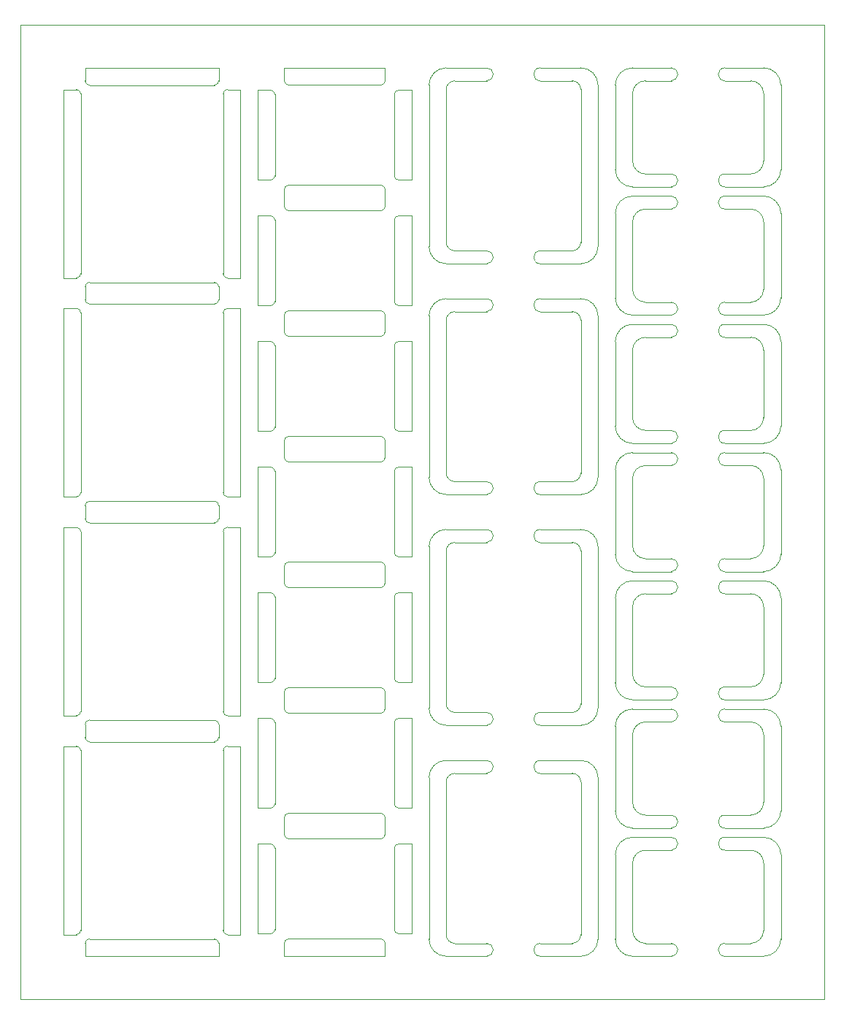
<source format=gbr>
%TF.GenerationSoftware,KiCad,Pcbnew,8.0.4*%
%TF.CreationDate,2024-12-12T20:15:43+01:00*%
%TF.ProjectId,Combined_Module_Panel,436f6d62-696e-4656-945f-4d6f64756c65,rev?*%
%TF.SameCoordinates,Original*%
%TF.FileFunction,Profile,NP*%
%FSLAX46Y46*%
G04 Gerber Fmt 4.6, Leading zero omitted, Abs format (unit mm)*
G04 Created by KiCad (PCBNEW 8.0.4) date 2024-12-12 20:15:43*
%MOMM*%
%LPD*%
G01*
G04 APERTURE LIST*
%TA.AperFunction,Profile*%
%ADD10C,0.050000*%
%TD*%
G04 APERTURE END LIST*
D10*
X140150081Y-147075000D02*
X135446000Y-147075000D01*
X140150081Y-124362382D02*
G75*
G02*
X140150081Y-125862380I19J-749999D01*
G01*
X153054162Y-145075000D02*
X153054162Y-126362381D01*
X153054162Y-145075000D02*
G75*
G02*
X151054162Y-147074943I-1999962J19D01*
G01*
X140150081Y-124362382D02*
X135446000Y-124362382D01*
X151054162Y-124362381D02*
G75*
G02*
X153054200Y-126362381I38J-2000000D01*
G01*
X135446000Y-147075000D02*
G75*
G02*
X133445981Y-145075000I0J2000019D01*
G01*
X146350081Y-147075000D02*
G75*
G02*
X146350081Y-145574962I19J750019D01*
G01*
X133446000Y-126362381D02*
G75*
G02*
X135446000Y-124362381I2000000J0D01*
G01*
X151054162Y-124362381D02*
X146350081Y-124362381D01*
X140150081Y-145575000D02*
G75*
G02*
X140150081Y-147074962I19J-749981D01*
G01*
X146350081Y-147075000D02*
X151054162Y-147075000D01*
X133446000Y-126362381D02*
X133446000Y-145075000D01*
X146350081Y-125862382D02*
G75*
G02*
X146350081Y-124362380I19J750001D01*
G01*
X140150081Y-145575000D02*
X136446000Y-145575000D01*
X150054162Y-145575000D02*
X146350081Y-145575000D01*
X146350081Y-125862382D02*
X150054162Y-125862382D01*
X140150081Y-125862382D02*
X136446000Y-125862382D01*
X151054162Y-144575000D02*
G75*
G02*
X150054162Y-145574984I-999981J-3D01*
G01*
X136446000Y-145575000D02*
G75*
G02*
X135446004Y-144575000I-29J999967D01*
G01*
X151054162Y-126862381D02*
X151054162Y-144575000D01*
X150054162Y-125862381D02*
G75*
G02*
X151054203Y-126862381I19J-1000022D01*
G01*
X135446000Y-144575000D02*
X135446000Y-126862381D01*
X135446000Y-126862381D02*
G75*
G02*
X136446000Y-125862381I1000050J-50D01*
G01*
X140150081Y-120304619D02*
X135446000Y-120304619D01*
X140150081Y-97592001D02*
G75*
G02*
X140150081Y-99091999I19J-749999D01*
G01*
X153054162Y-118304619D02*
X153054162Y-99592000D01*
X153054162Y-118304619D02*
G75*
G02*
X151054162Y-120304562I-1999962J19D01*
G01*
X140150081Y-97592001D02*
X135446000Y-97592001D01*
X151054162Y-97592000D02*
G75*
G02*
X153054200Y-99592000I38J-2000000D01*
G01*
X135446000Y-120304619D02*
G75*
G02*
X133445981Y-118304619I0J2000019D01*
G01*
X146350081Y-120304619D02*
G75*
G02*
X146350081Y-118804581I19J750019D01*
G01*
X133446000Y-99592000D02*
G75*
G02*
X135446000Y-97592000I2000000J0D01*
G01*
X151054162Y-97592000D02*
X146350081Y-97592000D01*
X140150081Y-118804619D02*
G75*
G02*
X140150081Y-120304581I19J-749981D01*
G01*
X146350081Y-120304619D02*
X151054162Y-120304619D01*
X133446000Y-99592000D02*
X133446000Y-118304619D01*
X146350081Y-99092001D02*
G75*
G02*
X146350081Y-97591999I19J750001D01*
G01*
X140150081Y-118804619D02*
X136446000Y-118804619D01*
X150054162Y-118804619D02*
X146350081Y-118804619D01*
X146350081Y-99092001D02*
X150054162Y-99092001D01*
X140150081Y-99092001D02*
X136446000Y-99092001D01*
X151054162Y-117804619D02*
G75*
G02*
X150054162Y-118804603I-999981J-3D01*
G01*
X136446000Y-118804619D02*
G75*
G02*
X135446004Y-117804619I-29J999967D01*
G01*
X151054162Y-100092000D02*
X151054162Y-117804619D01*
X150054162Y-99092000D02*
G75*
G02*
X151054203Y-100092000I19J-1000022D01*
G01*
X135446000Y-117804619D02*
X135446000Y-100092000D01*
X135446000Y-100092000D02*
G75*
G02*
X136446000Y-99092000I1000050J-50D01*
G01*
X140150081Y-93551619D02*
X135446000Y-93551619D01*
X140150081Y-70839001D02*
G75*
G02*
X140150081Y-72338999I19J-749999D01*
G01*
X153054162Y-91551619D02*
X153054162Y-72839000D01*
X153054162Y-91551619D02*
G75*
G02*
X151054162Y-93551562I-1999962J19D01*
G01*
X140150081Y-70839001D02*
X135446000Y-70839001D01*
X151054162Y-70839000D02*
G75*
G02*
X153054200Y-72839000I38J-2000000D01*
G01*
X135446000Y-93551619D02*
G75*
G02*
X133445981Y-91551619I0J2000019D01*
G01*
X146350081Y-93551619D02*
G75*
G02*
X146350081Y-92051581I19J750019D01*
G01*
X133446000Y-72839000D02*
G75*
G02*
X135446000Y-70839000I2000000J0D01*
G01*
X151054162Y-70839000D02*
X146350081Y-70839000D01*
X140150081Y-92051619D02*
G75*
G02*
X140150081Y-93551581I19J-749981D01*
G01*
X146350081Y-93551619D02*
X151054162Y-93551619D01*
X133446000Y-72839000D02*
X133446000Y-91551619D01*
X146350081Y-72339001D02*
G75*
G02*
X146350081Y-70838999I19J750001D01*
G01*
X140150081Y-92051619D02*
X136446000Y-92051619D01*
X150054162Y-92051619D02*
X146350081Y-92051619D01*
X146350081Y-72339001D02*
X150054162Y-72339001D01*
X140150081Y-72339001D02*
X136446000Y-72339001D01*
X151054162Y-91051619D02*
G75*
G02*
X150054162Y-92051603I-999981J-3D01*
G01*
X136446000Y-92051619D02*
G75*
G02*
X135446004Y-91051619I-29J999967D01*
G01*
X151054162Y-73339000D02*
X151054162Y-91051619D01*
X150054162Y-72339000D02*
G75*
G02*
X151054203Y-73339000I19J-1000022D01*
G01*
X135446000Y-91051619D02*
X135446000Y-73339000D01*
X135446000Y-73339000D02*
G75*
G02*
X136446000Y-72339000I1000050J-50D01*
G01*
X140150081Y-65298619D02*
X136446000Y-65298619D01*
X150054162Y-65298619D02*
X146350081Y-65298619D01*
X146350081Y-45586001D02*
X150054162Y-45586001D01*
X140150081Y-45586001D02*
X136446000Y-45586001D01*
X92557000Y-119188000D02*
X91057000Y-119188000D01*
X117168500Y-89772300D02*
X127852500Y-89772300D01*
X155054162Y-120411000D02*
G75*
G02*
X157054162Y-118411062I1999938J0D01*
G01*
X179254162Y-152075000D02*
X86057000Y-152075000D01*
X161554162Y-133275000D02*
G75*
G02*
X161554162Y-134775000I38J-750000D01*
G01*
X109575000Y-97844000D02*
X109575000Y-118688000D01*
X109067000Y-96336000D02*
G75*
G02*
X108567000Y-96836000I-500000J0D01*
G01*
X131435500Y-144465600D02*
X131435500Y-134051600D01*
X109067000Y-45594000D02*
G75*
G02*
X108567000Y-46094000I-500000J0D01*
G01*
X92565000Y-71973000D02*
G75*
G02*
X93065000Y-72473000I0J-500000D01*
G01*
X127852500Y-57686000D02*
G75*
G02*
X128352500Y-58186000I0J-500000D01*
G01*
X161554162Y-130711000D02*
X158554162Y-130711000D01*
X93065000Y-93317000D02*
X93065000Y-72473000D01*
X93065000Y-118688000D02*
X93065000Y-97844000D01*
X92557000Y-68446000D02*
X91057000Y-68446000D01*
X93573000Y-70957000D02*
X93573000Y-69462000D01*
X161554162Y-73816000D02*
G75*
G02*
X161554162Y-75316000I38J-750000D01*
G01*
X116668500Y-145558600D02*
G75*
G02*
X117168500Y-145058600I500000J0D01*
G01*
X167754162Y-60451000D02*
G75*
G02*
X167754162Y-58951000I38J750000D01*
G01*
X113585500Y-104927400D02*
X113585500Y-115341400D01*
X129935500Y-90365300D02*
X131435500Y-90365300D01*
X117168500Y-118896500D02*
G75*
G02*
X116668500Y-118396500I0J500000D01*
G01*
X172254162Y-136274833D02*
X172254162Y-144074833D01*
X131435500Y-100779300D02*
X131435500Y-90365300D01*
X161554162Y-103546000D02*
X157054162Y-103546000D01*
X172254162Y-88681000D02*
X167754162Y-88681000D01*
X172254162Y-129210833D02*
G75*
G02*
X170754162Y-130710762I-1499962J33D01*
G01*
X86057000Y-39086000D02*
X86057000Y-152075000D01*
X127852500Y-130496500D02*
X117168500Y-130496500D01*
X161554162Y-71251000D02*
G75*
G02*
X161554162Y-72751000I38J-750000D01*
G01*
X174254162Y-115346000D02*
X174254162Y-105546000D01*
X128352500Y-145558600D02*
X128352500Y-147075000D01*
X155054162Y-90681000D02*
G75*
G02*
X157054162Y-88681062I1999938J0D01*
G01*
X172254162Y-103546000D02*
X167754162Y-103546000D01*
X116668500Y-101872300D02*
X116668500Y-103834400D01*
X129435500Y-47179000D02*
X129435500Y-56593000D01*
X127852500Y-86810200D02*
X117168500Y-86810200D01*
X172254162Y-99480833D02*
G75*
G02*
X170754162Y-100980762I-1499962J33D01*
G01*
X161554162Y-134775000D02*
X158554162Y-134775000D01*
X109067000Y-45594000D02*
X109067000Y-45586000D01*
X161554162Y-88681000D02*
G75*
G02*
X161554162Y-90181000I38J-750000D01*
G01*
X128352500Y-147075000D02*
X116668500Y-147075000D01*
X127852500Y-115934400D02*
G75*
G02*
X128352500Y-116434400I0J-500000D01*
G01*
X128352500Y-58186000D02*
X128352500Y-60148100D01*
X157054162Y-91680833D02*
G75*
G02*
X158554162Y-90180762I1500038J33D01*
G01*
X115585500Y-114841400D02*
X115585500Y-105427400D01*
X170754162Y-134774833D02*
G75*
G02*
X172254167Y-136274833I38J-1499967D01*
G01*
X140150081Y-65298619D02*
G75*
G02*
X140150081Y-66798581I19J-749981D01*
G01*
X172254162Y-133275000D02*
X167754162Y-133275000D01*
X110083000Y-46602000D02*
X111583000Y-46602000D01*
X128352500Y-103834400D02*
G75*
G02*
X127852500Y-104334400I-500000J0D01*
G01*
X109575000Y-123215000D02*
X109575000Y-144059000D01*
X127852500Y-145058600D02*
G75*
G02*
X128352500Y-145558600I0J-500000D01*
G01*
X157054162Y-106545833D02*
G75*
G02*
X158554162Y-105045762I1500038J33D01*
G01*
X161554162Y-45586000D02*
X158554162Y-45586000D01*
X172254162Y-102481000D02*
X167754162Y-102481000D01*
X174254162Y-145075000D02*
X174254162Y-135275000D01*
X93573000Y-121699000D02*
X93573000Y-120204000D01*
X110075000Y-68446000D02*
G75*
G02*
X109575000Y-67946000I0J500000D01*
G01*
X127852500Y-101372300D02*
G75*
G02*
X128352500Y-101872300I0J-500000D01*
G01*
X109067000Y-120204000D02*
X109067000Y-120196000D01*
X161554162Y-102481000D02*
X157054162Y-102481000D01*
X146350081Y-66798619D02*
X151054162Y-66798619D01*
X157054162Y-102481000D02*
G75*
G02*
X155054100Y-100481000I38J2000100D01*
G01*
X109067000Y-70965000D02*
X109067000Y-70957000D01*
X170754162Y-75315833D02*
G75*
G02*
X172254167Y-76815833I38J-1499967D01*
G01*
X179254162Y-39086000D02*
X86057000Y-39086000D01*
X129435500Y-90865300D02*
G75*
G02*
X129935500Y-90365300I500000J0D01*
G01*
X109067000Y-94833000D02*
X109067000Y-94825000D01*
X157054162Y-76815833D02*
G75*
G02*
X158554162Y-75315762I1500038J33D01*
G01*
X115585500Y-71155100D02*
G75*
G02*
X115085500Y-71655100I-500000J0D01*
G01*
X115085500Y-46679000D02*
G75*
G02*
X115585500Y-47179000I0J-500000D01*
G01*
X155054162Y-46086000D02*
G75*
G02*
X157054162Y-44085962I2000038J0D01*
G01*
X115085500Y-134051600D02*
X113585500Y-134051600D01*
X115085500Y-104927400D02*
G75*
G02*
X115585500Y-105427400I0J-500000D01*
G01*
X113585500Y-90365300D02*
X113585500Y-100779300D01*
X158554162Y-100980833D02*
G75*
G02*
X157054167Y-99480833I38J1500033D01*
G01*
X129935500Y-119489500D02*
X131435500Y-119489500D01*
X129935500Y-46679000D02*
X131435500Y-46679000D01*
X179254162Y-152075000D02*
X179254162Y-39086000D01*
X129435500Y-119989500D02*
X129435500Y-129403500D01*
X109067000Y-69462000D02*
X109067000Y-69454000D01*
X158554162Y-71250833D02*
G75*
G02*
X157054167Y-69750833I38J1500033D01*
G01*
X167754162Y-134775000D02*
X170754162Y-134775000D01*
X129935500Y-57093000D02*
X131435500Y-57093000D01*
X129435500Y-134551600D02*
X129435500Y-143965600D01*
X129935500Y-129903500D02*
X131435500Y-129903500D01*
X109575000Y-47102000D02*
X109575000Y-67946000D01*
X161554162Y-119911000D02*
X158554162Y-119911000D01*
X161554162Y-118411000D02*
G75*
G02*
X161554162Y-119911000I38J-750000D01*
G01*
X115585500Y-71155100D02*
X115585500Y-61741100D01*
X167754162Y-87616000D02*
G75*
G02*
X167754162Y-86116000I38J750000D01*
G01*
X170754162Y-105045833D02*
G75*
G02*
X172254167Y-106545833I38J-1499967D01*
G01*
X172254162Y-118411000D02*
X167754162Y-118411000D01*
X115085500Y-119489500D02*
X113585500Y-119489500D01*
X172254162Y-84615833D02*
G75*
G02*
X170754162Y-86115762I-1499962J33D01*
G01*
X115085500Y-100779300D02*
X113585500Y-100779300D01*
X157054162Y-69750833D02*
X157054162Y-61950833D01*
X157054162Y-144074833D02*
X157054162Y-136274833D01*
X161554162Y-58951000D02*
G75*
G02*
X161554162Y-60451000I38J-750000D01*
G01*
X172254162Y-118411000D02*
G75*
G02*
X174254100Y-120411000I38J-1999900D01*
G01*
X109067000Y-145575000D02*
X109067000Y-145567000D01*
X117168500Y-104334400D02*
X127852500Y-104334400D01*
X167754162Y-119911000D02*
G75*
G02*
X167754162Y-118411000I38J750000D01*
G01*
X92565000Y-122715000D02*
G75*
G02*
X93065000Y-123215000I0J-500000D01*
G01*
X161554162Y-73816000D02*
X157054162Y-73816000D01*
X157054162Y-147075000D02*
G75*
G02*
X155054100Y-145075000I38J2000100D01*
G01*
X157054162Y-114345833D02*
X157054162Y-106545833D01*
X109067000Y-145575000D02*
X109067000Y-147075000D01*
X161554162Y-87616000D02*
X157054162Y-87616000D01*
X92557000Y-71973000D02*
X91057000Y-71973000D01*
X172254162Y-58951000D02*
X167754162Y-58951000D01*
X117168500Y-60648100D02*
G75*
G02*
X116668500Y-60148100I0J500000D01*
G01*
X115085500Y-90365300D02*
X113585500Y-90365300D01*
X174254162Y-100481000D02*
G75*
G02*
X172254162Y-102481062I-2000062J0D01*
G01*
X129935500Y-129903500D02*
G75*
G02*
X129435500Y-129403500I0J500000D01*
G01*
X129935500Y-144465600D02*
X131435500Y-144465600D01*
X157054162Y-61950833D02*
G75*
G02*
X158554162Y-60450762I1500038J33D01*
G01*
X172254162Y-73816000D02*
G75*
G02*
X174254100Y-75816000I38J-1999900D01*
G01*
X172254162Y-61950833D02*
X172254162Y-69750833D01*
X111583000Y-68446000D02*
X111583000Y-46602000D01*
X111583000Y-119188000D02*
X111583000Y-97344000D01*
X117168500Y-104334400D02*
G75*
G02*
X116668500Y-103834400I0J500000D01*
G01*
X115585500Y-85717200D02*
G75*
G02*
X115085500Y-86217200I-500000J0D01*
G01*
X116668500Y-72748100D02*
G75*
G02*
X117168500Y-72248100I500000J0D01*
G01*
X91057000Y-119188000D02*
X91057000Y-97344000D01*
X92557000Y-119188000D02*
X92565000Y-119188000D01*
X151054162Y-44086000D02*
X146350081Y-44086000D01*
X128352500Y-116434400D02*
X128352500Y-118396500D01*
X129935500Y-86217200D02*
X131435500Y-86217200D01*
X161554162Y-71251000D02*
X158554162Y-71251000D01*
X167754162Y-119911000D02*
X170754162Y-119911000D01*
X93573000Y-70957000D02*
X93573000Y-70965000D01*
X167754162Y-105046000D02*
G75*
G02*
X167754162Y-103546000I38J750000D01*
G01*
X172254162Y-132211000D02*
X167754162Y-132211000D01*
X117168500Y-46086000D02*
G75*
G02*
X116668500Y-45586000I0J500000D01*
G01*
X109067000Y-44086000D02*
X93573000Y-44086000D01*
X170754162Y-60450833D02*
G75*
G02*
X172254167Y-61950833I38J-1499967D01*
G01*
X161554162Y-44086000D02*
X157054162Y-44086000D01*
X111585047Y-144559000D02*
X111585047Y-122715000D01*
X174254162Y-145075000D02*
G75*
G02*
X172254162Y-147075062I-2000062J0D01*
G01*
X117168500Y-46086000D02*
X127852500Y-46086000D01*
X172254162Y-58951000D02*
G75*
G02*
X174254100Y-60951000I38J-1999900D01*
G01*
X167754162Y-60451000D02*
X170754162Y-60451000D01*
X129935500Y-75803200D02*
X131435500Y-75803200D01*
X93065000Y-93317000D02*
G75*
G02*
X92565000Y-93817000I-500000J0D01*
G01*
X174254162Y-100481000D02*
X174254162Y-90681000D01*
X157054162Y-47085833D02*
G75*
G02*
X158554162Y-45585762I1500038J33D01*
G01*
X92557000Y-93817000D02*
X91057000Y-93817000D01*
X170754162Y-115845833D02*
X167754162Y-115845833D01*
X115585500Y-100279300D02*
X115585500Y-90865300D01*
X109575000Y-123215000D02*
G75*
G02*
X110075000Y-122715000I500000J0D01*
G01*
X110075000Y-93817000D02*
X110083000Y-93817000D01*
X161554162Y-115846000D02*
X158554162Y-115846000D01*
X93573000Y-45586000D02*
X93573000Y-44091000D01*
X110085047Y-144559000D02*
X111585047Y-144559000D01*
X128352500Y-132958600D02*
G75*
G02*
X127852500Y-133458600I-500000J0D01*
G01*
X167754162Y-90181000D02*
X170754162Y-90181000D01*
X161554162Y-88681000D02*
X157054162Y-88681000D01*
X113585500Y-46679000D02*
X113585500Y-57093000D01*
X110083000Y-68446000D02*
X111583000Y-68446000D01*
X115085500Y-71655100D02*
X113585500Y-71655100D01*
X91057000Y-122715000D02*
X91057000Y-144559000D01*
X115585500Y-114841400D02*
G75*
G02*
X115085500Y-115341400I-500000J0D01*
G01*
X129935500Y-100779300D02*
X131435500Y-100779300D01*
X108567000Y-68954000D02*
X94073000Y-68954000D01*
X93065000Y-144059000D02*
G75*
G02*
X92565000Y-144559000I-500000J0D01*
G01*
X117168500Y-60648100D02*
X127852500Y-60648100D01*
X161554162Y-90181000D02*
X158554162Y-90181000D01*
X115085500Y-46679000D02*
X113585500Y-46679000D01*
X129435500Y-105427400D02*
G75*
G02*
X129935500Y-104927400I500000J0D01*
G01*
X94073000Y-122207000D02*
X108567000Y-122207000D01*
X110083000Y-93817000D02*
X111583000Y-93817000D01*
X128352500Y-101872300D02*
X128352500Y-103834400D01*
X127852500Y-101372300D02*
X117168500Y-101372300D01*
X146350081Y-45586001D02*
G75*
G02*
X146350081Y-44085999I19J750001D01*
G01*
X116668500Y-116434400D02*
G75*
G02*
X117168500Y-115934400I500000J0D01*
G01*
X161554162Y-57886000D02*
X157054162Y-57886000D01*
X115585500Y-85717200D02*
X115585500Y-76303200D01*
X161554162Y-86116000D02*
G75*
G02*
X161554162Y-87616000I38J-750000D01*
G01*
X161554162Y-145575000D02*
X158554162Y-145575000D01*
X161554162Y-147075000D02*
X157054162Y-147075000D01*
X109067000Y-147075000D02*
X93573000Y-147075000D01*
X129435500Y-61741100D02*
X129435500Y-71155100D01*
X94073000Y-46094000D02*
X108567000Y-46094000D01*
X133446000Y-46086000D02*
X133446000Y-64798619D01*
X113585500Y-119489500D02*
X113585500Y-129903500D01*
X115085500Y-86217200D02*
X113585500Y-86217200D01*
X129435500Y-134551600D02*
G75*
G02*
X129935500Y-134051600I500000J0D01*
G01*
X161554162Y-117346000D02*
X157054162Y-117346000D01*
X117168500Y-133458600D02*
X127852500Y-133458600D01*
X158554162Y-56385833D02*
G75*
G02*
X157054167Y-54885833I38J1500033D01*
G01*
X172254162Y-106545833D02*
X172254162Y-114345833D01*
X92557000Y-46602000D02*
X91057000Y-46602000D01*
X167754162Y-117346000D02*
G75*
G02*
X167754162Y-115846000I38J750000D01*
G01*
X93573000Y-45586000D02*
X93573000Y-45594000D01*
X129935500Y-115341400D02*
X131435500Y-115341400D01*
X116668500Y-58186000D02*
G75*
G02*
X117168500Y-57686000I500000J0D01*
G01*
X92565000Y-97344000D02*
X92557000Y-97344000D01*
X108567000Y-119696000D02*
G75*
G02*
X109067000Y-120196000I0J-500000D01*
G01*
X140150081Y-44086001D02*
X135446000Y-44086001D01*
X128352500Y-87310200D02*
X128352500Y-89272300D01*
X146350081Y-66798619D02*
G75*
G02*
X146350081Y-65298581I19J750019D01*
G01*
X115585500Y-56593000D02*
G75*
G02*
X115085500Y-57093000I-500000J0D01*
G01*
X170754162Y-145574833D02*
X167754162Y-145574833D01*
X110085047Y-122715000D02*
X111585047Y-122715000D01*
X92557000Y-144559000D02*
X91057000Y-144559000D01*
X109067000Y-121707000D02*
X109067000Y-121699000D01*
X129435500Y-47179000D02*
G75*
G02*
X129935500Y-46679000I500000J0D01*
G01*
X161554162Y-115846000D02*
G75*
G02*
X161554162Y-117346000I38J-750000D01*
G01*
X174254162Y-130211000D02*
G75*
G02*
X172254162Y-132211062I-2000062J0D01*
G01*
X94073000Y-96836000D02*
X108567000Y-96836000D01*
X110083000Y-46602000D02*
X110075000Y-46602000D01*
X155054162Y-70751000D02*
X155054162Y-60951000D01*
X158554162Y-130710833D02*
G75*
G02*
X157054167Y-129210833I38J1500033D01*
G01*
X116668500Y-72748100D02*
X116668500Y-74710200D01*
X93573000Y-94825000D02*
G75*
G02*
X94073000Y-94325000I500000J0D01*
G01*
X129435500Y-90865300D02*
X129435500Y-100279300D01*
X161554162Y-105046000D02*
X158554162Y-105046000D01*
X109067000Y-70957000D02*
X109067000Y-69462000D01*
X110083000Y-119188000D02*
X111583000Y-119188000D01*
X172254162Y-76815833D02*
X172254162Y-84615833D01*
X128352500Y-72748100D02*
X128352500Y-74710200D01*
X115085500Y-144465600D02*
X113585500Y-144465600D01*
X128352500Y-89272300D02*
G75*
G02*
X127852500Y-89772300I-500000J0D01*
G01*
X161554162Y-60451000D02*
X158554162Y-60451000D01*
X116668500Y-116434400D02*
X116668500Y-118396500D01*
X157054162Y-117346000D02*
G75*
G02*
X155054100Y-115346000I38J2000100D01*
G01*
X115585500Y-129403500D02*
G75*
G02*
X115085500Y-129903500I-500000J0D01*
G01*
X115085500Y-119489500D02*
G75*
G02*
X115585500Y-119989500I0J-500000D01*
G01*
X92557000Y-122715000D02*
X91057000Y-122715000D01*
X94073000Y-46094000D02*
G75*
G02*
X93573000Y-45594000I0J500000D01*
G01*
X172254162Y-114345833D02*
G75*
G02*
X170754162Y-115845762I-1499962J33D01*
G01*
X93573000Y-94825000D02*
X93573000Y-94833000D01*
X109067000Y-96328000D02*
X109067000Y-94833000D01*
X174254162Y-55886000D02*
X174254162Y-46086000D01*
X129935500Y-144465600D02*
G75*
G02*
X129435500Y-143965600I0J500000D01*
G01*
X161554162Y-133275000D02*
X157054162Y-133275000D01*
X161554162Y-103546000D02*
G75*
G02*
X161554162Y-105046000I38J-750000D01*
G01*
X167754162Y-75316000D02*
G75*
G02*
X167754162Y-73816000I38J750000D01*
G01*
X91057000Y-68446000D02*
X91057000Y-46602000D01*
X129935500Y-71655100D02*
G75*
G02*
X129435500Y-71155100I0J500000D01*
G01*
X161554162Y-100981000D02*
G75*
G02*
X161554162Y-102481000I38J-750000D01*
G01*
X167754162Y-57886000D02*
G75*
G02*
X167754162Y-56386000I38J750000D01*
G01*
X92565000Y-46602000D02*
G75*
G02*
X93065000Y-47102000I0J-500000D01*
G01*
X115085500Y-104927400D02*
X113585500Y-104927400D01*
X161554162Y-100981000D02*
X158554162Y-100981000D01*
X108567000Y-94325000D02*
G75*
G02*
X109067000Y-94825000I0J-500000D01*
G01*
X93065000Y-67946000D02*
G75*
G02*
X92565000Y-68446000I-500000J0D01*
G01*
X109067000Y-96336000D02*
X109067000Y-96328000D01*
X108567000Y-94325000D02*
X94073000Y-94325000D01*
X158554162Y-145574833D02*
G75*
G02*
X157054167Y-144074833I38J1500033D01*
G01*
X93573000Y-120196000D02*
X93573000Y-120204000D01*
X93065000Y-118688000D02*
G75*
G02*
X92565000Y-119188000I-500000J0D01*
G01*
X115085500Y-115341400D02*
X113585500Y-115341400D01*
X93573000Y-96328000D02*
X93573000Y-96336000D01*
X131435500Y-129903500D02*
X131435500Y-119489500D01*
X127852500Y-130496500D02*
G75*
G02*
X128352500Y-130996500I0J-500000D01*
G01*
X157054162Y-129210833D02*
X157054162Y-121410833D01*
X128352500Y-74710200D02*
G75*
G02*
X127852500Y-75210200I-500000J0D01*
G01*
X157054162Y-132211000D02*
G75*
G02*
X155054100Y-130211000I38J2000100D01*
G01*
X116668500Y-87310200D02*
G75*
G02*
X117168500Y-86810200I500000J0D01*
G01*
X172254162Y-87616000D02*
X167754162Y-87616000D01*
X172254162Y-73816000D02*
X167754162Y-73816000D01*
X172254162Y-117346000D02*
X167754162Y-117346000D01*
X108567000Y-68954000D02*
G75*
G02*
X109067000Y-69454000I0J-500000D01*
G01*
X172254162Y-47085833D02*
X172254162Y-54885833D01*
X93573000Y-121699000D02*
X93573000Y-121707000D01*
X174254162Y-130211000D02*
X174254162Y-120411000D01*
X161554162Y-130711000D02*
G75*
G02*
X161554162Y-132211000I38J-750000D01*
G01*
X93573000Y-145567000D02*
G75*
G02*
X94073000Y-145067000I500000J0D01*
G01*
X110075000Y-144559000D02*
X110083000Y-144559000D01*
X129435500Y-105427400D02*
X129435500Y-114841400D01*
X115585500Y-143965600D02*
X115585500Y-134551600D01*
X170754162Y-71250833D02*
X167754162Y-71250833D01*
X94073000Y-71465000D02*
X108567000Y-71465000D01*
X129935500Y-86217200D02*
G75*
G02*
X129435500Y-85717200I0J500000D01*
G01*
X116668500Y-101872300D02*
G75*
G02*
X117168500Y-101372300I500000J0D01*
G01*
X161554162Y-56386000D02*
X158554162Y-56386000D01*
X127852500Y-72248100D02*
X117168500Y-72248100D01*
X172254162Y-72751000D02*
X167754162Y-72751000D01*
X110083000Y-97344000D02*
X110075000Y-97344000D01*
X109067000Y-121707000D02*
G75*
G02*
X108567000Y-122207000I-500000J0D01*
G01*
X128352500Y-45586000D02*
X128352500Y-44086000D01*
X158554162Y-86115833D02*
G75*
G02*
X157054167Y-84615833I38J1500033D01*
G01*
X155054162Y-60951000D02*
G75*
G02*
X157054162Y-58951062I1999938J0D01*
G01*
X161554162Y-118411000D02*
X157054162Y-118411000D01*
X115085500Y-90365300D02*
G75*
G02*
X115585500Y-90865300I0J-500000D01*
G01*
X129935500Y-115341400D02*
G75*
G02*
X129435500Y-114841400I0J500000D01*
G01*
X129935500Y-134051600D02*
X131435500Y-134051600D01*
X172254162Y-91680833D02*
X172254162Y-99480833D01*
X108567000Y-119696000D02*
X94073000Y-119696000D01*
X115085500Y-75803200D02*
G75*
G02*
X115585500Y-76303200I0J-500000D01*
G01*
X174254162Y-70751000D02*
G75*
G02*
X172254162Y-72751062I-2000062J0D01*
G01*
X92557000Y-68446000D02*
X92565000Y-68446000D01*
X91057000Y-93817000D02*
X91057000Y-71973000D01*
X117168500Y-118896500D02*
X127852500Y-118896500D01*
X93573000Y-145567000D02*
X93573000Y-145575000D01*
X115585500Y-143965600D02*
G75*
G02*
X115085500Y-144465600I-500000J0D01*
G01*
X117168500Y-75210200D02*
G75*
G02*
X116668500Y-74710200I0J500000D01*
G01*
X174254162Y-70751000D02*
X174254162Y-60951000D01*
X158554162Y-115845833D02*
G75*
G02*
X157054167Y-114345833I38J1500033D01*
G01*
X109575000Y-97844000D02*
G75*
G02*
X110075000Y-97344000I500000J0D01*
G01*
X157054162Y-72751000D02*
G75*
G02*
X155054100Y-70751000I38J2000100D01*
G01*
X93065000Y-144059000D02*
X93065000Y-123215000D01*
X115085500Y-61241100D02*
G75*
G02*
X115585500Y-61741100I0J-500000D01*
G01*
X109067000Y-45586000D02*
X109067000Y-44086000D01*
X129935500Y-104927400D02*
X131435500Y-104927400D01*
X172254162Y-133275000D02*
G75*
G02*
X174254100Y-135275000I38J-1999900D01*
G01*
X115585500Y-100279300D02*
G75*
G02*
X115085500Y-100779300I-500000J0D01*
G01*
X161554162Y-145575000D02*
G75*
G02*
X161554162Y-147075000I38J-750000D01*
G01*
X131435500Y-57093000D02*
X131435500Y-46679000D01*
X115085500Y-57093000D02*
X113585500Y-57093000D01*
X128352500Y-44086000D02*
X116668500Y-44086000D01*
X129435500Y-119989500D02*
G75*
G02*
X129935500Y-119489500I500000J0D01*
G01*
X155054162Y-135275000D02*
G75*
G02*
X157054162Y-133275062I1999938J0D01*
G01*
X116668500Y-145558600D02*
X116668500Y-147075000D01*
X115085500Y-61241100D02*
X113585500Y-61241100D01*
X109575000Y-47102000D02*
G75*
G02*
X110075000Y-46602000I500000J0D01*
G01*
X115585500Y-129403500D02*
X115585500Y-119989500D01*
X109067000Y-121699000D02*
X109067000Y-120204000D01*
X113585500Y-61241100D02*
X113585500Y-71655100D01*
X117168500Y-75210200D02*
X127852500Y-75210200D01*
X129935500Y-100779300D02*
G75*
G02*
X129435500Y-100279300I0J500000D01*
G01*
X110075000Y-119188000D02*
X110083000Y-119188000D01*
X127852500Y-57686000D02*
X117168500Y-57686000D01*
X129935500Y-61241100D02*
X131435500Y-61241100D01*
X155054162Y-130211000D02*
X155054162Y-120411000D01*
X127852500Y-145058600D02*
X117168500Y-145058600D01*
X115085500Y-75803200D02*
X113585500Y-75803200D01*
X167754162Y-75316000D02*
X170754162Y-75316000D01*
X131435500Y-86217200D02*
X131435500Y-75803200D01*
X170754162Y-56385833D02*
X167754162Y-56385833D01*
X172254162Y-54885833D02*
G75*
G02*
X170754162Y-56385762I-1499962J33D01*
G01*
X161554162Y-75316000D02*
X158554162Y-75316000D01*
X93573000Y-69454000D02*
G75*
G02*
X94073000Y-68954000I500000J0D01*
G01*
X157054162Y-99480833D02*
X157054162Y-91680833D01*
X92565000Y-97344000D02*
G75*
G02*
X93065000Y-97844000I0J-500000D01*
G01*
X93573000Y-120196000D02*
G75*
G02*
X94073000Y-119696000I500000J0D01*
G01*
X157054162Y-87616000D02*
G75*
G02*
X155054100Y-85616000I38J2000100D01*
G01*
X167754162Y-102481000D02*
G75*
G02*
X167754162Y-100981000I38J750000D01*
G01*
X172254162Y-44086000D02*
X167754162Y-44086000D01*
X167754162Y-72751000D02*
G75*
G02*
X167754162Y-71251000I38J750000D01*
G01*
X110075000Y-119188000D02*
G75*
G02*
X109575000Y-118688000I0J500000D01*
G01*
X93573000Y-69454000D02*
X93573000Y-69462000D01*
X109067000Y-70965000D02*
G75*
G02*
X108567000Y-71465000I-500000J0D01*
G01*
X113585500Y-134051600D02*
X113585500Y-144465600D01*
X127852500Y-72248100D02*
G75*
G02*
X128352500Y-72748100I0J-500000D01*
G01*
X117168500Y-133458600D02*
G75*
G02*
X116668500Y-132958600I0J500000D01*
G01*
X116668500Y-87310200D02*
X116668500Y-89272300D01*
X129435500Y-61741100D02*
G75*
G02*
X129935500Y-61241100I500000J0D01*
G01*
X92565000Y-46602000D02*
X92557000Y-46602000D01*
X155054162Y-85616000D02*
X155054162Y-75816000D01*
X108567000Y-145067000D02*
X94073000Y-145067000D01*
X110075000Y-68446000D02*
X110083000Y-68446000D01*
X110083000Y-71973000D02*
X110075000Y-71973000D01*
X128352500Y-130996500D02*
X128352500Y-132958600D01*
X117168500Y-89772300D02*
G75*
G02*
X116668500Y-89272300I0J500000D01*
G01*
X92557000Y-97344000D02*
X91057000Y-97344000D01*
X92565000Y-71973000D02*
X92557000Y-71973000D01*
X172254162Y-57886000D02*
X167754162Y-57886000D01*
X172254162Y-69750833D02*
G75*
G02*
X170754162Y-71250762I-1499962J33D01*
G01*
X172254162Y-103546000D02*
G75*
G02*
X174254100Y-105546000I38J-1999900D01*
G01*
X161554162Y-132211000D02*
X157054162Y-132211000D01*
X155054162Y-100481000D02*
X155054162Y-90681000D01*
X109575000Y-72473000D02*
G75*
G02*
X110075000Y-71973000I500000J0D01*
G01*
X110075000Y-144559000D02*
G75*
G02*
X109575000Y-144059000I0J500000D01*
G01*
X161554162Y-56386000D02*
G75*
G02*
X161554162Y-57886000I38J-750000D01*
G01*
X174254162Y-85616000D02*
X174254162Y-75816000D01*
X167754162Y-45586000D02*
X170754162Y-45586000D01*
X167754162Y-105046000D02*
X170754162Y-105046000D01*
X129935500Y-71655100D02*
X131435500Y-71655100D01*
X161554162Y-86116000D02*
X158554162Y-86116000D01*
X129435500Y-76303200D02*
X129435500Y-85717200D01*
X109575000Y-72473000D02*
X109575000Y-93317000D01*
X157054162Y-57886000D02*
G75*
G02*
X155054200Y-55886000I38J2000000D01*
G01*
X167754162Y-45586000D02*
G75*
G02*
X167754162Y-44086000I38J750000D01*
G01*
X94073000Y-96836000D02*
G75*
G02*
X93573000Y-96336000I0J500000D01*
G01*
X167754162Y-90181000D02*
G75*
G02*
X167754162Y-88681000I38J750000D01*
G01*
X155054162Y-55886000D02*
X155054162Y-46086000D01*
X92565000Y-122715000D02*
X92557000Y-122715000D01*
X111583000Y-93817000D02*
X111583000Y-71973000D01*
X113585500Y-75803200D02*
X113585500Y-86217200D01*
X153054162Y-64798619D02*
X153054162Y-46086000D01*
X93065000Y-67946000D02*
X93065000Y-47102000D01*
X172254162Y-121410833D02*
X172254162Y-129210833D01*
X110083000Y-122715000D02*
X110075000Y-122715000D01*
X131435500Y-71655100D02*
X131435500Y-61241100D01*
X110075000Y-93817000D02*
G75*
G02*
X109575000Y-93317000I0J500000D01*
G01*
X155054162Y-105546000D02*
G75*
G02*
X157054162Y-103546062I1999938J0D01*
G01*
X140150081Y-66798619D02*
X135446000Y-66798619D01*
X174254162Y-115346000D02*
G75*
G02*
X172254162Y-117346062I-2000062J0D01*
G01*
X94073000Y-122207000D02*
G75*
G02*
X93573000Y-121707000I0J500000D01*
G01*
X170754162Y-100980833D02*
X167754162Y-100980833D01*
X155054162Y-75816000D02*
G75*
G02*
X157054162Y-73816062I1999938J0D01*
G01*
X167754162Y-134775000D02*
G75*
G02*
X167754162Y-133275000I38J750000D01*
G01*
X115085500Y-129903500D02*
X113585500Y-129903500D01*
X161554162Y-58951000D02*
X157054162Y-58951000D01*
X172254162Y-147075000D02*
X167754162Y-147075000D01*
X155054162Y-115346000D02*
X155054162Y-105546000D01*
X174254162Y-85616000D02*
G75*
G02*
X172254162Y-87616062I-2000062J0D01*
G01*
X129935500Y-57093000D02*
G75*
G02*
X129435500Y-56593000I0J500000D01*
G01*
X93573000Y-96328000D02*
X93573000Y-94833000D01*
X127852500Y-86810200D02*
G75*
G02*
X128352500Y-87310200I0J-500000D01*
G01*
X157054162Y-54885833D02*
X157054162Y-47085833D01*
X155054162Y-145075000D02*
X155054162Y-135275000D01*
X167754162Y-147075000D02*
G75*
G02*
X167754162Y-145575000I38J750000D01*
G01*
X172254162Y-88681000D02*
G75*
G02*
X174254100Y-90681000I38J-1999900D01*
G01*
X170754162Y-90180833D02*
G75*
G02*
X172254167Y-91680833I38J-1499967D01*
G01*
X93573000Y-145575000D02*
X93573000Y-147075000D01*
X170754162Y-86115833D02*
X167754162Y-86115833D01*
X115585500Y-56593000D02*
X115585500Y-47179000D01*
X131435500Y-115341400D02*
X131435500Y-104927400D01*
X116668500Y-130996500D02*
X116668500Y-132958600D01*
X116668500Y-45586000D02*
X116668500Y-44086000D01*
X157054162Y-121410833D02*
G75*
G02*
X158554162Y-119910762I1500038J33D01*
G01*
X128352500Y-118396500D02*
G75*
G02*
X127852500Y-118896500I-500000J0D01*
G01*
X108567000Y-145067000D02*
G75*
G02*
X109067000Y-145567000I0J-500000D01*
G01*
X170754162Y-119910833D02*
G75*
G02*
X172254167Y-121410833I38J-1499967D01*
G01*
X157054162Y-136274833D02*
G75*
G02*
X158554162Y-134774762I1500038J33D01*
G01*
X157054162Y-84615833D02*
X157054162Y-76815833D01*
X110083000Y-97344000D02*
X111583000Y-97344000D01*
X172254162Y-44086000D02*
G75*
G02*
X174254200Y-46086000I38J-2000000D01*
G01*
X170754162Y-130710833D02*
X167754162Y-130710833D01*
X161554162Y-72751000D02*
X157054162Y-72751000D01*
X172254162Y-144074833D02*
G75*
G02*
X170754162Y-145574762I-1499962J33D01*
G01*
X94073000Y-71465000D02*
G75*
G02*
X93573000Y-70965000I0J500000D01*
G01*
X115085500Y-134051600D02*
G75*
G02*
X115585500Y-134551600I0J-500000D01*
G01*
X167754162Y-132211000D02*
G75*
G02*
X167754162Y-130711000I38J750000D01*
G01*
X116668500Y-130996500D02*
G75*
G02*
X117168500Y-130496500I500000J0D01*
G01*
X116668500Y-58186000D02*
X116668500Y-60148100D01*
X127852500Y-115934400D02*
X117168500Y-115934400D01*
X128352500Y-60148100D02*
G75*
G02*
X127852500Y-60648100I-500000J0D01*
G01*
X92557000Y-144559000D02*
X92565000Y-144559000D01*
X174254162Y-55886000D02*
G75*
G02*
X172254162Y-57885962I-1999962J0D01*
G01*
X170754162Y-45585833D02*
G75*
G02*
X172254167Y-47085833I38J-1499967D01*
G01*
X129435500Y-76303200D02*
G75*
G02*
X129935500Y-75803200I500000J0D01*
G01*
X161554162Y-44086000D02*
G75*
G02*
X161554162Y-45586000I38J-750000D01*
G01*
X92557000Y-93817000D02*
X92565000Y-93817000D01*
X128352500Y-45586000D02*
G75*
G02*
X127852500Y-46086000I-500000J0D01*
G01*
X110083000Y-71973000D02*
X111583000Y-71973000D01*
X133446000Y-46086000D02*
G75*
G02*
X135446000Y-44086000I2000000J0D01*
G01*
X153054162Y-64798619D02*
G75*
G02*
X151054162Y-66798562I-1999962J19D01*
G01*
X135446000Y-66798619D02*
G75*
G02*
X133445981Y-64798619I0J2000019D01*
G01*
X135446000Y-46586000D02*
G75*
G02*
X136446000Y-45586000I1000050J-50D01*
G01*
X135446000Y-64298619D02*
X135446000Y-46586000D01*
X150054162Y-45586000D02*
G75*
G02*
X151054203Y-46586000I19J-1000022D01*
G01*
X151054162Y-46586000D02*
X151054162Y-64298619D01*
X151054162Y-64298619D02*
G75*
G02*
X150054162Y-65298603I-999981J-3D01*
G01*
X136446000Y-65298619D02*
G75*
G02*
X135446004Y-64298619I-29J999967D01*
G01*
X140150081Y-44086001D02*
G75*
G02*
X140150081Y-45585999I19J-749999D01*
G01*
X151054162Y-44086000D02*
G75*
G02*
X153054200Y-46086000I38J-2000000D01*
G01*
M02*

</source>
